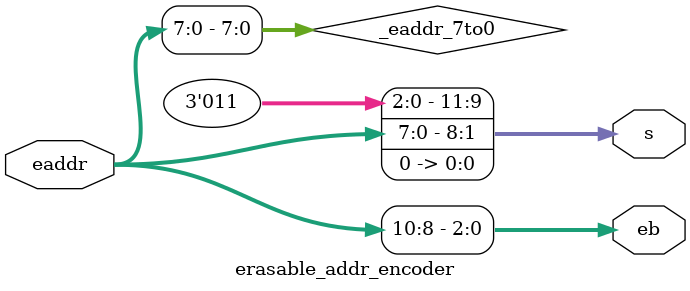
<source format=v>
module erasable_addr_encoder(	// file.cleaned.mlir:2:3
  input  [10:0] eaddr,	// file.cleaned.mlir:2:39
  output [2:0]  eb,	// file.cleaned.mlir:2:57
  output [11:0] s	// file.cleaned.mlir:2:70
);

  wire [7:0] _eaddr_7to0;	// file.cleaned.mlir:7:10
  assign _eaddr_7to0 = eaddr[7:0];	// file.cleaned.mlir:7:10
  assign eb = eaddr[10:8];	// file.cleaned.mlir:6:10, :8:5
  assign s = {3'h3, _eaddr_7to0, 1'h0};	// file.cleaned.mlir:3:14, :4:14, :5:10, :7:10, :8:5
endmodule


</source>
